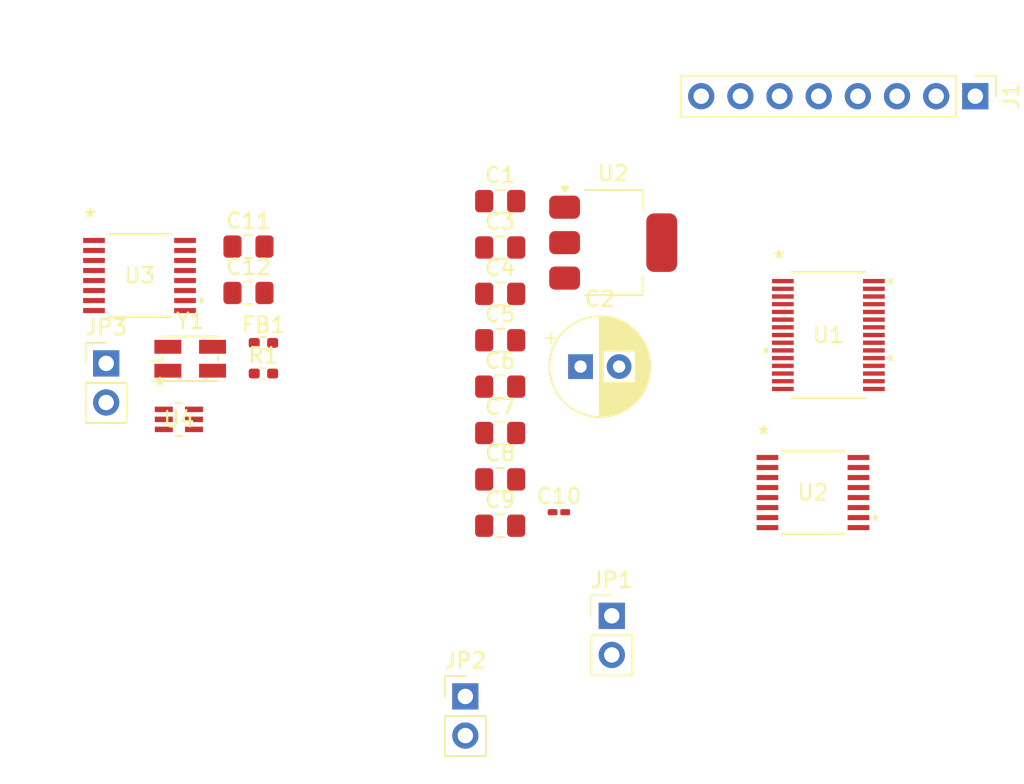
<source format=kicad_pcb>
(kicad_pcb (version 20241229) (generator "pcbnew") (generator_version "9.0")
  (layers (0 "F.Cu" signal) (2 "B.Cu" signal) (13 "F.Paste" user) (15 "B.Paste" user) (5 "F.SilkS" user "F.Silkscreen") (7 "B.SilkS" user "B.Silkscreen") (1 "F.Mask" user) (3 "B.Mask" user) (25 "Edge.Cuts" user))
  (net 0 "")
  (net 1 "GND")
  (net 2 "/L3{slash}4P")
  (net 3 "/+3.3_analog")
  (net 4 "+5V")
  (net 5 "/LDO")
  (net 6 "/R2{slash}2M")
  (net 7 "/+3.3_digital")
  (net 8 "/VREF")
  (net 9 "/L1{slash}1P")
  (net 10 "/L2{slash}1M")
  (net 11 "/R3{slash}3P")
  (net 12 "/GPIO3{slash}INTC")
  (net 13 "/I2S_BCK")
  (net 14 "Net-(JP2-A)")
  (net 15 "/R4{slash}3M")
  (net 16 "/MICBIAS")
  (net 17 "/R1{slash}2P")
  (net 18 "/SPI_MOSI")
  (net 19 "Net-(Y1-VDD)")
  (net 20 "/SPI_MISO")
  (net 21 "/I2S_LRCK")
  (net 22 "/XI")
  (net 23 "Net-(JP3-A)")
  (net 24 "/GPIO2{slash}INTB")
  (net 25 "/L4{slash}4M")
  (net 26 "/SPI_CS")
  (net 27 "/I2S_DOUT")
  (net 28 "/SCKI")
  (net 45 "/GPIO1{slash}INTA")
  (net 46 "Net-(Y1-Tri-State)")
  (net 48 "/SPI_SCLK")
  (net 50 "/I2C_SDA")
  (net 55 "/I2C_SCL")
  (net 61 "/ADC_PDN{slash}RST")
  (footprint "Capacitor_SMD:C_0805_2012Metric_Pad1.18x1.45mm_HandSolder" (layer "F.Cu") (at 108.2575 84.32)
    (property "Reference" "C3" (at 0 -1.68 0) (layer "F.SilkS"))
    (property "Value" "10uF")
    (fp_line (start -0.261252 -0.735) (end 0.261252 -0.735) (stroke (width 0.12)) (layer "F.SilkS"))
    (fp_line (start -0.261252 0.735) (end 0.261252 0.735) (stroke (width 0.12)) (layer "F.SilkS"))
    (pad "1" smd roundrect (at -1.0375 0) (size 1.175 1.45) (layers "F.Cu" "F.Mask" "F.Paste") (roundrect_rratio 0.212766) (net 3 "/+3.3_analog"))
    (pad "2" smd roundrect (at 1.0375 0) (size 1.175 1.45) (layers "F.Cu" "F.Mask" "F.Paste") (roundrect_rratio 0.212766) (net 1 "GND"))
  )
  (footprint "Connector_PinHeader_2.54mm:PinHeader_1x02_P2.54mm_Vertical" (layer "F.Cu") (at 106 113.46)
    (property "Reference" "JP2" (at 0 -2.33 0) (layer "F.SilkS"))
    (property "Value" "Jumper_2_Bridged")
    (fp_line (start -1.33 -1.33) (end 0 -1.33) (stroke (width 0.12)) (layer "F.SilkS"))
    (fp_line (start -1.33 0) (end -1.33 -1.33) (stroke (width 0.12)) (layer "F.SilkS"))
    (fp_line (start -1.33 1.27) (end -1.33 3.87) (stroke (width 0.12)) (layer "F.SilkS"))
    (fp_line (start -1.33 1.27) (end 1.33 1.27) (stroke (width 0.12)) (layer "F.SilkS"))
    (fp_line (start -1.33 3.87) (end 1.33 3.87) (stroke (width 0.12)) (layer "F.SilkS"))
    (fp_line (start 1.33 1.27) (end 1.33 3.87) (stroke (width 0.12)) (layer "F.SilkS"))
    (pad "1" thru_hole rect (at 0 0) (size 1.7 1.7) (drill 1) (layers "*.Cu" "*.Mask") (net 14 "Net-(JP2-A)"))
    (pad "2" thru_hole oval (at 0 2.54) (size 1.7 1.7) (drill 1) (layers "*.Cu" "*.Mask") (net 7 "/+3.3_digital"))
  )
  (footprint "footprints:DCK6" (layer "F.Cu") (at 87.4198 95.4747)
    (property "Reference" "U4" (at 0 0 0) (layer "F.SilkS"))
    (property "Value" "SN74AVC1T45DCKR")
    (fp_line (start -0.176071 1.0795) (end 0.176071 1.0795) (stroke (width 0.1524)) (layer "F.SilkS"))
    (fp_line (start 0.176071 -1.0795) (end -0.176071 -1.0795) (stroke (width 0.1524)) (layer "F.SilkS"))
    (fp_text user "*" (at -1.2319 -2.1486 0) (layer "F.SilkS"))
    (fp_text user "*" (at -1.2319 -2.1486 0) (layer "F.SilkS"))
    (pad "1" smd rect (at -0.9779 -0.649999) (size 1.1684 0.3556) (layers "F.Cu" "F.Mask" "F.Paste"))
    (pad "2" smd rect (at -0.9779 0) (size 1.1684 0.3556) (layers "F.Cu" "F.Mask" "F.Paste"))
    (pad "3" smd rect (at -0.9779 0.649999) (size 1.1684 0.3556) (layers "F.Cu" "F.Mask" "F.Paste"))
    (pad "4" smd rect (at 0.9779 0.649999) (size 1.1684 0.3556) (layers "F.Cu" "F.Mask" "F.Paste"))
    (pad "5" smd rect (at 0.9779 0) (size 1.1684 0.3556) (layers "F.Cu" "F.Mask" "F.Paste"))
    (pad "6" smd rect (at 0.9779 -0.649999) (size 1.1684 0.3556) (layers "F.Cu" "F.Mask" "F.Paste"))
  )
  (footprint "footprints:DBT30_TEX" (layer "F.Cu") (at 129.54725 89.999999)
    (property "Reference" "U1" (at 0 0 0) (layer "F.SilkS"))
    (property "Value" "PCM1863DBTR")
    (fp_line (start -2.3749 4.0767) (end 2.3749 4.0767) (stroke (width 0.1524)) (layer "F.SilkS"))
    (fp_line (start 2.3749 -4.0767) (end -2.3749 -4.0767) (stroke (width 0.1524)) (layer "F.SilkS"))
    (fp_poly (pts (xy -4.1656 0.809501) (xy -4.1656 1.190501) (xy -3.9116 1.190501) (xy -3.9116 0.809501)) (fill yes) (layer "F.SilkS"))
    (fp_poly (pts (xy 4.1656 -3.690501) (xy 4.1656 -3.309501) (xy 3.9116 -3.309501) (xy 3.9116 -3.690501)) (fill yes) (layer "F.SilkS"))
    (fp_poly (pts (xy 4.1656 1.3095) (xy 4.1656 1.6905) (xy 3.9116 1.6905) (xy 3.9116 1.3095)) (fill yes) (layer "F.SilkS"))
    (fp_text user "*" (at -3.20675 -4.9224 0) (layer "F.SilkS"))
    (fp_text user "*" (at -3.20675 -4.9224 0) (layer "F.SilkS"))
    (pad "1" smd rect (at -2.95275 -3.500001) (size 1.4097 0.2794) (layers "F.Cu" "F.Mask" "F.Paste") (net 10 "/L2{slash}1M"))
    (pad "2" smd rect (at -2.95275 -2.999999) (size 1.4097 0.2794) (layers "F.Cu" "F.Mask" "F.Paste") (net 6 "/R2{slash}2M"))
    (pad "3" smd rect (at -2.95275 -2.5) (size 1.4097 0.2794) (layers "F.Cu" "F.Mask" "F.Paste") (net 9 "/L1{slash}1P"))
    (pad "4" smd rect (at -2.95275 -1.999999) (size 1.4097 0.2794) (layers "F.Cu" "F.Mask" "F.Paste") (net 17 "/R1{slash}2P"))
    (pad "5" smd rect (at -2.95275 -1.5) (size 1.4097 0.2794) (layers "F.Cu" "F.Mask" "F.Paste") (net 16 "/MICBIAS"))
    (pad "6" smd rect (at -2.95275 -0.999998) (size 1.4097 0.2794) (layers "F.Cu" "F.Mask" "F.Paste") (net 8 "/VREF"))
    (pad "7" smd rect (at -2.95275 -0.499999) (size 1.4097 0.2794) (layers "F.Cu" "F.Mask" "F.Paste") (net 1 "GND"))
    (pad "8" smd rect (at -2.95275 0) (size 1.4097 0.2794) (layers "F.Cu" "F.Mask" "F.Paste") (net 3 "/+3.3_analog"))
    (pad "9" smd rect (at -2.95275 0.500002) (size 1.4097 0.2794) (layers "F.Cu" "F.Mask" "F.Paste"))
    (pad "10" smd rect (at -2.95275 1.000001) (size 1.4097 0.2794) (layers "F.Cu" "F.Mask" "F.Paste") (net 22 "/XI"))
    (pad "11" smd rect (at -2.95275 1.5) (size 1.4097 0.2794) (layers "F.Cu" "F.Mask" "F.Paste") (net 5 "/LDO"))
    (pad "12" smd rect (at -2.95275 2.000001) (size 1.4097 0.2794) (layers "F.Cu" "F.Mask" "F.Paste") (net 1 "GND"))
    (pad "13" smd rect (at -2.95275 2.5) (size 1.4097 0.2794) (layers "F.Cu" "F.Mask" "F.Paste") (net 7 "/+3.3_digital"))
    (pad "14" smd rect (at -2.95275 3.000002) (size 1.4097 0.2794) (layers "F.Cu" "F.Mask" "F.Paste") (net 7 "/+3.3_digital"))
    (pad "15" smd rect (at -2.95275 3.500001) (size 1.4097 0.2794) (layers "F.Cu" "F.Mask" "F.Paste") (net 28 "/SCKI"))
    (pad "16" smd rect (at 2.95275 3.500001) (size 1.4097 0.2794) (layers "F.Cu" "F.Mask" "F.Paste") (net 21 "/I2S_LRCK"))
    (pad "17" smd rect (at 2.95275 2.999999) (size 1.4097 0.2794) (layers "F.Cu" "F.Mask" "F.Paste") (net 13 "/I2S_BCK"))
    (pad "18" smd rect (at 2.95275 2.5) (size 1.4097 0.2794) (layers "F.Cu" "F.Mask" "F.Paste") (net 27 "/I2S_DOUT"))
    (pad "19" smd rect (at 2.95275 1.999999) (size 1.4097 0.2794) (layers "F.Cu" "F.Mask" "F.Paste") (net 12 "/GPIO3{slash}INTC"))
    (pad "20" smd rect (at 2.95275 1.5) (size 1.4097 0.2794) (layers "F.Cu" "F.Mask" "F.Paste") (net 24 "/GPIO2{slash}INTB"))
    (pad "21" smd rect (at 2.95275 1.000001) (size 1.4097 0.2794) (layers "F.Cu" "F.Mask" "F.Paste") (net 45 "/GPIO1{slash}INTA"))
    (pad "22" smd rect (at 2.95275 0.499999) (size 1.4097 0.2794) (layers "F.Cu" "F.Mask" "F.Paste") (net 20 "/SPI_MISO"))
    (pad "23" smd rect (at 2.95275 0) (size 1.4097 0.2794) (layers "F.Cu" "F.Mask" "F.Paste") (net 18 "/SPI_MOSI"))
    (pad "24" smd rect (at 2.95275 -0.500002) (size 1.4097 0.2794) (layers "F.Cu" "F.Mask" "F.Paste") (net 48 "/SPI_SCLK"))
    (pad "25" smd rect (at 2.95275 -1.000001) (size 1.4097 0.2794) (layers "F.Cu" "F.Mask" "F.Paste") (net 26 "/SPI_CS"))
    (pad "26" smd rect (at 2.95275 -1.5) (size 1.4097 0.2794) (layers "F.Cu" "F.Mask" "F.Paste") (net 14 "Net-(JP2-A)"))
    (pad "27" smd rect (at 2.95275 -2.000001) (size 1.4097 0.2794) (layers "F.Cu" "F.Mask" "F.Paste") (net 25 "/L4{slash}4M"))
    (pad "28" smd rect (at 2.95275 -2.5) (size 1.4097 0.2794) (layers "F.Cu" "F.Mask" "F.Paste") (net 15 "/R4{slash}3M"))
    (pad "29" smd rect (at 2.95275 -3.000002) (size 1.4097 0.2794) (layers "F.Cu" "F.Mask" "F.Paste") (net 2 "/L3{slash}4P"))
    (pad "30" smd rect (at 2.95275 -3.500001) (size 1.4097 0.2794) (layers "F.Cu" "F.Mask" "F.Paste") (net 11 "/R3{slash}3P"))
  )
  (footprint "Package_TO_SOT_SMD:SOT-223-3_TabPin2" (layer "F.Cu") (at 115.5875 84.005)
    (property "Reference" "U2" (at 0 -4.5 0) (layer "F.SilkS"))
    (property "Value" "LD1117S33TR_SOT223")
    (fp_line (start -1.85 -3.41) (end 1.91 -3.41) (stroke (width 0.12)) (layer "F.SilkS"))
    (fp_line (start -1.85 3.41) (end 1.91 3.41) (stroke (width 0.12)) (layer "F.SilkS"))
    (fp_line (start 1.91 -3.41) (end 1.91 -2.15) (stroke (width 0.12)) (layer "F.SilkS"))
    (fp_line (start 1.91 3.41) (end 1.91 2.15) (stroke (width 0.12)) (layer "F.SilkS"))
    (fp_poly (pts (xy -3.13 -3.31) (xy -3.37 -3.64) (xy -2.89 -3.64) (xy -3.13 -3.31)) (stroke (width 0.12)) (fill yes) (layer "F.SilkS"))
    (pad "1" smd roundrect (at -3.15 -2.3) (size 2 1.5) (layers "F.Cu" "F.Mask" "F.Paste") (net 1 "GND"))
    (pad "2" smd roundrect (at -3.15 0) (size 2 1.5) (layers "F.Cu" "F.Mask" "F.Paste") (net 3 "/+3.3_analog"))
    (pad "2" smd roundrect (at 3.15 0) (size 2 3.8) (layers "F.Cu" "F.Mask" "F.Paste") (net 3 "/+3.3_analog"))
    (pad "3" smd roundrect (at -3.15 2.3) (size 2 1.5) (layers "F.Cu" "F.Mask" "F.Paste") (net 4 "+5V"))
  )
  (footprint "Capacitor_SMD:C_0201_0603Metric_Pad0.64x0.40mm_HandSolder" (layer "F.Cu") (at 112.0675 101.5)
    (property "Reference" "C10" (at 0 -1.05 0) (layer "F.SilkS"))
    (property "Value" "1uF")
    (pad "1" smd roundrect (at -0.4075 0) (size 0.635 0.4) (layers "F.Cu" "F.Mask") (net 8 "/VREF"))
    (pad "2" smd roundrect (at 0.4075 0) (size 0.635 0.4) (layers "F.Cu" "F.Mask") (net 1 "GND"))
  )
  (footprint "Capacitor_SMD:C_0805_2012Metric_Pad1.18x1.45mm_HandSolder" (layer "F.Cu") (at 108.2575 90.34)
    (property "Reference" "C5" (at 0 -1.68 0) (layer "F.SilkS"))
    (property "Value" ".1uF")
    (fp_line (start -0.261252 -0.735) (end 0.261252 -0.735) (stroke (width 0.12)) (layer "F.SilkS"))
    (fp_line (start -0.261252 0.735) (end 0.261252 0.735) (stroke (width 0.12)) (layer "F.SilkS"))
    (pad "1" smd roundrect (at -1.0375 0) (size 1.175 1.45) (layers "F.Cu" "F.Mask" "F.Paste") (roundrect_rratio 0.212766) (net 3 "/+3.3_analog"))
    (pad "2" smd roundrect (at 1.0375 0) (size 1.175 1.45) (layers "F.Cu" "F.Mask" "F.Paste") (roundrect_rratio 0.212766) (net 1 "GND"))
  )
  (footprint "Capacitor_SMD:C_0805_2012Metric_Pad1.18x1.45mm_HandSolder" (layer "F.Cu") (at 91.9325 84.26)
    (property "Reference" "C11" (at 0 -1.68 0) (layer "F.SilkS"))
    (property "Value" "10uF")
    (fp_line (start -0.261252 -0.735) (end 0.261252 -0.735) (stroke (width 0.12)) (layer "F.SilkS"))
    (fp_line (start -0.261252 0.735) (end 0.261252 0.735) (stroke (width 0.12)) (layer "F.SilkS"))
    (pad "1" smd roundrect (at -1.0375 0) (size 1.175 1.45) (layers "F.Cu" "F.Mask" "F.Paste") (roundrect_rratio 0.212766) (net 1 "GND"))
    (pad "2" smd roundrect (at 1.0375 0) (size 1.175 1.45) (layers "F.Cu" "F.Mask" "F.Paste") (roundrect_rratio 0.212766) (net 7 "/+3.3_digital"))
  )
  (footprint "Capacitor_SMD:C_0805_2012Metric_Pad1.18x1.45mm_HandSolder" (layer "F.Cu") (at 108.2575 96.36)
    (property "Reference" "C7" (at 0 -1.68 0) (layer "F.SilkS"))
    (property "Value" ".1uF")
    (fp_line (start -0.261252 -0.735) (end 0.261252 -0.735) (stroke (width 0.12)) (layer "F.SilkS"))
    (fp_line (start -0.261252 0.735) (end 0.261252 0.735) (stroke (width 0.12)) (layer "F.SilkS"))
    (pad "1" smd roundrect (at -1.0375 0) (size 1.175 1.45) (layers "F.Cu" "F.Mask" "F.Paste") (roundrect_rratio 0.212766) (net 5 "/LDO"))
    (pad "2" smd roundrect (at 1.0375 0) (size 1.175 1.45) (layers "F.Cu" "F.Mask" "F.Paste") (roundrect_rratio 0.212766) (net 1 "GND"))
  )
  (footprint "Connector_PinHeader_2.54mm:PinHeader_1x08_P2.54mm_Vertical" (layer "F.Cu") (at 139.08 74.5 -90)
    (property "Reference" "J1" (at 0 -2.33 90) (layer "F.SilkS"))
    (property "Value" "Conn_01x08_Pin")
    (fp_line (start -1.33 19.11) (end 1.33 19.11) (stroke (width 0.12)) (layer "F.SilkS"))
    (fp_line (start -1.33 1.27) (end -1.33 19.11) (stroke (width 0.12)) (layer "F.SilkS"))
    (fp_line (start -1.33 1.27) (end 1.33 1.27) (stroke (width 0.12)) (layer "F.SilkS"))
    (fp_line (start 1.33 1.27) (end 1.33 19.11) (stroke (width 0.12)) (layer "F.SilkS"))
    (fp_line (start -1.33 0) (end -1.33 -1.33) (stroke (width 0.12)) (layer "F.SilkS"))
    (fp_line (start -1.33 -1.33) (end 0 -1.33) (stroke (width 0.12)) (layer "F.SilkS"))
    (pad "1" thru_hole rect (at 0 0 270) (size 1.7 1.7) (drill 1) (layers "*.Cu" "*.Mask") (net 25 "/L4{slash}4M"))
    (pad "2" thru_hole oval (at 0 2.54 270) (size 1.7 1.7) (drill 1) (layers "*.Cu" "*.Mask") (net 15 "/R4{slash}3M"))
    (pad "3" thru_hole oval (at 0 5.08 270) (size 1.7 1.7) (drill 1) (layers "*.Cu" "*.Mask") (net 2 "/L3{slash}4P"))
    (pad "4" thru_hole oval (at 0 7.62 270) (size 1.7 1.7) (drill 1) (layers "*.Cu" "*.Mask") (net 11 "/R3{slash}3P"))
    (pad "5" thru_hole oval (at 0 10.16 270) (size 1.7 1.7) (drill 1) (layers "*.Cu" "*.Mask") (net 10 "/L2{slash}1M"))
    (pad "6" thru_hole oval (at 0 12.7 270) (size 1.7 1.7) (drill 1) (layers "*.Cu" "*.Mask") (net 6 "/R2{slash}2M"))
    (pad "7" thru_hole oval (at 0 15.24 270) (size 1.7 1.7) (drill 1) (layers "*.Cu" "*.Mask") (net 9 "/L1{slash}1P"))
    (pad "8" thru_hole oval (at 0 17.78 270) (size 1.7 1.7) (drill 1) (layers "*.Cu" "*.Mask") (net 17 "/R1{slash}2P"))
  )
  (footprint "footprints:TSSOP16_AKM" (layer "F.Cu") (at 128.54725 100.225001)
    (property "Reference" "U2" (at 0 0 0) (layer "F.SilkS"))
    (property "Value" "AK4432VT")
    (fp_line (start -2.017016 2.6797) (end 2.017016 2.6797) (stroke (width 0.1524)) (layer "F.SilkS"))
    (fp_line (start 2.017016 -2.6797) (end -2.017016 -2.6797) (stroke (width 0.1524)) (layer "F.SilkS"))
    (fp_poly (pts (xy 4.1656 1.434501) (xy 4.1656 1.815501) (xy 3.9116 1.815501) (xy 3.9116 1.434501)) (fill yes) (layer "F.SilkS"))
    (fp_text user "*" (at -3.20675 -3.748201 0) (layer "F.SilkS"))
    (fp_text user "*" (at -3.20675 -3.748201 0) (layer "F.SilkS"))
    (pad "1" smd rect (at -2.95275 -2.274999) (size 1.4097 0.3302) (layers "F.Cu" "F.Mask" "F.Paste"))
    (pad "2" smd rect (at -2.95275 -1.625001) (size 1.4097 0.3302) (layers "F.Cu" "F.Mask" "F.Paste"))
    (pad "3" smd rect (at -2.95275 -0.974999) (size 1.4097 0.3302) (layers "F.Cu" "F.Mask" "F.Paste"))
    (pad "4" smd rect (at -2.95275 -0.325001) (size 1.4097 0.3302) (layers "F.Cu" "F.Mask" "F.Paste"))
    (pad "5" smd rect (at -2.95275 0.324998) (size 1.4097 0.3302) (layers "F.Cu" "F.Mask" "F.Paste"))
    (pad "6" smd rect (at -2.95275 0.974999) (size 1.4097 0.3302) (layers "F.Cu" "F.Mask" "F.Paste"))
    (pad "7" smd rect (at -2.95275 1.624998) (size 1.4097 0.3302) (layers "F.Cu" "F.Mask" "F.Paste"))
    (pad "8" smd rect (at -2.95275 2.274999) (size 1.4097 0.3302) (layers "F.Cu" "F.Mask" "F.Paste"))
    (pad "9" smd rect (at 2.95275 2.274999) (size 1.4097 0.3302) (layers "F.Cu" "F.Mask" "F.Paste"))
    (pad "10" smd rect (at 2.95275 1.625001) (size 1.4097 0.3302) (layers "F.Cu" "F.Mask" "F.Paste"))
    (pad "11" smd rect (at 2.95275 0.974999) (size 1.4097 0.3302) (layers "F.Cu" "F.Mask" "F.Paste"))
    (pad "12" smd rect (at 2.95275 0.325001) (size 1.4097 0.3302) (layers "F.Cu" "F.Mask" "F.Paste"))
    (pad "13" smd rect (at 2.95275 -0.324998) (size 1.4097 0.3302) (layers "F.Cu" "F.Mask" "F.Paste"))
    (pad "14" smd rect (at 2.95275 -0.974999) (size 1.4097 0.3302) (layers "F.Cu" "F.Mask" "F.Paste"))
    (pad "15" smd rect (at 2.95275 -1.624998) (size 1.4097 0.3302) (layers "F.Cu" "F.Mask" "F.Paste"))
    (pad "16" smd rect (at 2.95275 -2.274999) (size 1.4097 0.3302) (layers "F.Cu" "F.Mask" "F.Paste"))
  )
  (footprint "Capacitor_SMD:C_0805_2012Metric_Pad1.18x1.45mm_HandSolder" (layer "F.Cu") (at 108.2575 93.35)
    (property "Reference" "C6" (at 0 -1.68 0) (layer "F.SilkS"))
    (property "Value" "10uF")
    (fp_line (start -0.261252 -0.735) (end 0.261252 -0.735) (stroke (width 0.12)) (layer "F.SilkS"))
    (fp_line (start -0.261252 0.735) (end 0.261252 0.735) (stroke (width 0.12)) (layer "F.SilkS"))
    (pad "1" smd roundrect (at -1.0375 0) (size 1.175 1.45) (layers "F.Cu" "F.Mask" "F.Paste") (roundrect_rratio 0.212766) (net 5 "/LDO"))
    (pad "2" smd roundrect (at 1.0375 0) (size 1.175 1.45) (layers "F.Cu" "F.Mask" "F.Paste") (roundrect_rratio 0.212766) (net 1 "GND"))
  )
  (footprint "Connector_PinHeader_2.54mm:PinHeader_1x02_P2.54mm_Vertical" (layer "F.Cu") (at 115.5 108.225)
    (property "Reference" "JP1" (at 0 -2.33 0) (layer "F.SilkS"))
    (property "Value" "Jumper_2_Bridged")
    (fp_line (start -1.33 -1.33) (end 0 -1.33) (stroke (width 0.12)) (layer "F.SilkS"))
    (fp_line (start -1.33 0) (end -1.33 -1.33) (stroke (width 0.12)) (layer "F.SilkS"))
    (fp_line (start -1.33 1.27) (end -1.33 3.87) (stroke (width 0.12)) (layer "F.SilkS"))
    (fp_line (start -1.33 1.27) (end 1.33 1.27) (stroke (width 0.12)) (layer "F.SilkS"))
    (fp_line (start -1.33 3.87) (end 1.33 3.87) (stroke (width 0.12)) (layer "F.SilkS"))
    (fp_line (start 1.33 1.27) (end 1.33 3.87) (stroke (width 0.12)) (layer "F.SilkS"))
    (pad "1" thru_hole rect (at 0 0) (size 1.7 1.7) (drill 1) (layers "*.Cu" "*.Mask") (net 12 "/GPIO3{slash}INTC"))
    (pad "2" thru_hole oval (at 0 2.54) (size 1.7 1.7) (drill 1) (layers "*.Cu" "*.Mask") (net 7 "/+3.3_digital"))
  )
  (footprint "Capacitor_SMD:C_0805_2012Metric_Pad1.18x1.45mm_HandSolder" (layer "F.Cu") (at 108.2575 102.38)
    (property "Reference" "C9" (at 0 -1.68 0) (layer "F.SilkS"))
    (property "Value" ".1uF")
    (fp_line (start -0.261252 -0.735) (end 0.261252 -0.735) (stroke (width 0.12)) (layer "F.SilkS"))
    (fp_line (start -0.261252 0.735) (end 0.261252 0.735) (stroke (width 0.12)) (layer "F.SilkS"))
    (pad "1" smd roundrect (at -1.0375 0) (size 1.175 1.45) (layers "F.Cu" "F.Mask" "F.Paste") (roundrect_rratio 0.212766) (net 7 "/+3.3_digital"))
    (pad "2" smd roundrect (at 1.0375 0) (size 1.175 1.45) (layers "F.Cu" "F.Mask" "F.Paste") (roundrect_rratio 0.212766) (net 1 "GND"))
  )
  (footprint "Oscillator:Oscillator_SMD_EuroQuartz_XO32-4Pin_3.2x2.5mm_HandSoldering" (layer "F.Cu") (at 88.1525 91.54)
    (property "Reference" "Y1" (at 0 -2.45 0) (layer "F.SilkS"))
    (property "Value" "ECS-2520MV-xxx-xx")
    (fp_line (start -2.525 0.125) (end -1.8 0.125) (stroke (width 0.12)) (layer "F.SilkS"))
    (fp_line (start -2.525 1.425) (end -1.8 1.425) (stroke (width 0.12)) (layer "F.SilkS"))
    (fp_line (start -1.8 -1.45) (end 1.8 -1.45) (stroke (width 0.12)) (layer "F.SilkS"))
    (fp_line (start -1.8 -1.425) (end -1.8 -1.45) (stroke (width 0.12)) (layer "F.SilkS"))
    (fp_line (start -1.8 0.125) (end -1.8 -0.125) (stroke (width 0.12)) (layer "F.SilkS"))
    (fp_line (start -1.8 1.425) (end -1.8 1.45) (stroke (width 0.12)) (layer "F.SilkS"))
    (fp_line (start -1.8 1.45) (end 1.8 1.45) (stroke (width 0.12)) (layer "F.SilkS"))
    (fp_line (start 1.8 -1.45) (end 1.8 -1.425) (stroke (width 0.12)) (layer "F.SilkS"))
    (fp_line (start 1.8 -0.125) (end 1.8 0.125) (stroke (width 0.12)) (layer "F.SilkS"))
    (fp_line (start 1.8 1.45) (end 1.8 1.425) (stroke (width 0.12)) (layer "F.SilkS"))
    (pad "1" smd rect (at -1.45 0.775) (size 1.75 0.9) (layers "F.Cu" "F.Mask" "F.Paste") (net 46 "Net-(Y1-Tri-State)"))
    (pad "2" smd rect (at 1.45 0.775) (size 1.75 0.9) (layers "F.Cu" "F.Mask" "F.Paste") (net 1 "GND"))
    (pad "3" smd rect (at 1.45 -0.775) (size 1.75 0.9) (layers "F.Cu" "F.Mask" "F.Paste"))
    (pad "4" smd rect (at -1.45 -0.775) (size 1.75 0.9) (layers "F.Cu" "F.Mask" "F.Paste") (net 19 "Net-(Y1-VDD)"))
  )
  (footprint "Resistor_SMD:R_0402_1005Metric_Pad0.72x0.64mm_HandSolder" (layer "F.Cu") (at 92.9025 92.5)
    (property "Reference" "R1" (at 0 -1.17 0) (layer "F.SilkS"))
    (property "Value" "10k")
    (fp_line (start -0.167621 -0.38) (end 0.167621 -0.38) (stroke (width 0.12)) (layer "F.SilkS"))
    (fp_line (start -0.167621 0.38) (end 0.167621 0.38) (stroke (width 0.12)) (layer "F.SilkS"))
    (pad "1" smd roundrect (at -0.5975 0) (size 0.715 0.64) (layers "F.Cu" "F.Mask" "F.Paste") (net 7 "/+3.3_digital"))
    (pad "2" smd roundrect (at 0.5975 0) (size 0.715 0.64) (layers "F.Cu" "F.Mask" "F.Paste") (net 46 "Net-(Y1-Tri-State)"))
  )
  (footprint "Capacitor_THT:CP_Radial_D6.3mm_P2.50mm" (layer "F.Cu") (at 113.472741 92.05)
    (property "Reference" "C2" (at 1.25 -4.4 0) (layer "F.SilkS"))
    (property "Value" "100uF")
    (fp_line (start -2.250241 -1.839) (end -1.620241 -1.839) (stroke (width 0.12)) (layer "F.SilkS"))
    (fp_line (start -1.935241 -2.154) (end -1.935241 -1.524) (stroke (width 0.12)) (layer "F.SilkS"))
    (fp_line (start 1.25 -3.23) (end 1.25 3.23) (stroke (width 0.12)) (layer "F.SilkS"))
    (fp_line (start 1.29 -3.23) (end 1.29 3.23) (stroke (width 0.12)) (layer "F.SilkS"))
    (fp_line (start 1.33 -3.23) (end 1.33 3.23) (stroke (width 0.12)) (layer "F.SilkS"))
    (fp_line (start 1.37 -3.228) (end 1.37 3.228) (stroke (width 0.12)) (layer "F.SilkS"))
    (fp_line (start 1.41 -3.227) (end 1.41 3.227) (stroke (width 0.12)) (layer "F.SilkS"))
    (fp_line (start 1.45 -3.224) (end 1.45 3.224) (stroke (width 0.12)) (layer "F.SilkS"))
    (fp_line (start 1.49 -3.222) (end 1.49 -1.04) (stroke (width 0.12)) (layer "F.SilkS"))
    (fp_line (start 1.49 1.04) (end 1.49 3.222) (stroke (width 0.12)) (layer "F.SilkS"))
    (fp_line (start 1.53 -3.218) (end 1.53 -1.04) (stroke (width 0.12)) (layer "F.SilkS"))
    (fp_line (start 1.53 1.04) (end 1.53 3.218) (stroke (width 0.12)) (layer "F.SilkS"))
    (fp_line (start 1.57 -3.215) (end 1.57 -1.04) (stroke (width 0.12)) (layer "F.SilkS"))
    (fp_line (start 1.57 1.04) (end 1.57 3.215) (stroke (width 0.12)) (layer "F.SilkS"))
    (fp_line (start 1.61 -3.211) (end 1.61 -1.04) (stroke (width 0.12)) (layer "F.SilkS"))
    (fp_line (start 1.61 1.04) (end 1.61 3.211) (stroke (width 0.12)) (layer "F.SilkS"))
    (fp_line (start 1.65 -3.206) (end 1.65 -1.04) (stroke (width 0.12)) (layer "F.SilkS"))
    (fp_line (start 1.65 1.04) (end 1.65 3.206) (stroke (width 0.12)) (layer "F.SilkS"))
    (fp_line (start 1.69 -3.201) (end 1.69 -1.04) (stroke (width 0.12)) (layer "F.SilkS"))
    (fp_line (start 1.69 1.04) (end 1.69 3.201) (stroke (width 0.12)) (layer "F.SilkS"))
    (fp_line (start 1.73 -3.195) (end 1.73 -1.04) (stroke (width 0.12)) (layer "F.SilkS"))
    (fp_line (start 1.73 1.04) (end 1.73 3.195) (stroke (width 0.12)) (layer "F.SilkS"))
    (fp_line (start 1.77 -3.189) (end 1.77 -1.04) (stroke (width 0.12)) (layer "F.SilkS"))
    (fp_line (start 1.77 1.04) (end 1.77 3.189) (stroke (width 0.12)) (layer "F.SilkS"))
    (fp_line (start 1.81 -3.182) (end 1.81 -1.04) (stroke (width 0.12)) (layer "F.SilkS"))
    (fp_line (start 1.81 1.04) (end 1.81 3.182) (stroke (width 0.12)) (layer "F.SilkS"))
    (fp_line (start 1.85 -3.175) (end 1.85 -1.04) (stroke (width 0.12)) (layer "F.SilkS"))
    (fp_line (start 1.85 1.04) (end 1.85 3.175) (stroke (width 0.12)) (layer "F.SilkS"))
    (fp_line (start 1.89 -3.167) (end 1.89 -1.04) (stroke (width 0.12)) (layer "F.SilkS"))
    (fp_line (start 1.89 1.04) (end 1.89 3.167) (stroke (width 0.12)) (layer "F.SilkS"))
    (fp_line (start 1.93 -3.159) (end 1.93 -1.04) (stroke (width 0.12)) (layer "F.SilkS"))
    (fp_line (start 1.93 1.04) (end 1.93 3.159) (stroke (width 0.12)) (layer "F.SilkS"))
    (fp_line (start 1.971 -3.15) (end 1.971 -1.04) (stroke (width 0.12)) (layer "F.SilkS"))
    (fp_line (start 1.971 1.04) (end 1.971 3.15) (stroke (width 0.12)) (layer "F.SilkS"))
    (fp_line (start 2.011 -3.141) (end 2.011 -1.04) (stroke (width 0.12)) (layer "F.SilkS"))
    (fp_line (start 2.011 1.04) (end 2.011 3.141) (stroke (width 0.12)) (layer "F.SilkS"))
    (fp_line (start 2.051 -3.131) (end 2.051 -1.04) (stroke (width 0.12)) (layer "F.SilkS"))
    (fp_line (start 2.051 1.04) (end 2.051 3.131) (stroke (width 0.12)) (layer "F.SilkS"))
    (fp_line (start 2.091 -3.121) (end 2.091 -1.04) (stroke (width 0.12)) (layer "F.SilkS"))
    (fp_line (start 2.091 1.04) (end 2.091 3.121) (stroke (width 0.12)) (layer "F.SilkS"))
    (fp_line (start 2.131 -3.11) (end 2.131 -1.04) (stroke (width 0.12)) (layer "F.SilkS"))
    (fp_line (start 2.131 1.04) (end 2.131 3.11) (stroke (width 0.12)) (layer "F.SilkS"))
    (fp_line (start 2.171 -3.098) (end 2.171 -1.04) (stroke (width 0.12)) (layer "F.SilkS"))
    (fp_line (start 2.171 1.04) (end 2.171 3.098) (stroke (width 0.12)) (layer "F.SilkS"))
    (fp_line (start 2.211 -3.086) (end 2.211 -1.04) (stroke (width 0.12)) (layer "F.SilkS"))
    (fp_line (start 2.211 1.04) (end 2.211 3.086) (stroke (width 0.12)) (layer "F.SilkS"))
    (fp_line (start 2.251 -3.074) (end 2.251 -1.04) (stroke (width 0.12)) (layer "F.SilkS"))
    (fp_line (start 2.251 1.04) (end 2.251 3.074) (stroke (width 0.12)) (layer "F.SilkS"))
    (fp_line (start 2.291 -3.061) (end 2.291 -1.04) (stroke (width 0.12)) (layer "F.SilkS"))
    (fp_line (start 2.291 1.04) (end 2.291 3.061) (stroke (width 0.12)) (layer "F.SilkS"))
    (fp_line (start 2.331 -3.047) (end 2.331 -1.04) (stroke (width 0.12)) (layer "F.SilkS"))
    (fp_line (start 2.331 1.04) (end 2.331 3.047) (stroke (width 0.12)) (layer "F.SilkS"))
    (fp_line (start 2.371 -3.033) (end 2.371 -1.04) (stroke (width 0.12)) (layer "F.SilkS"))
    (fp_line (start 2.371 1.04) (end 2.371 3.033) (stroke (width 0.12)) (layer "F.SilkS"))
    (fp_line (start 2.411 -3.018) (end 2.411 -1.04) (stroke (width 0.12)) (layer "F.SilkS"))
    (fp_line (start 2.411 1.04) (end 2.411 3.018) (stroke (width 0.12)) (layer "F.SilkS"))
    (fp_line (start 2.451 -3.002) (end 2.451 -1.04) (stroke (width 0.12)) (layer "F.SilkS"))
    (fp_line (start 2.451 1.04) (end 2.451 3.002) (stroke (width 0.12)) (layer "F.SilkS"))
    (fp_line (start 2.491 -2.986) (end 2.491 -1.04) (stroke (width 0.12)) (layer "F.SilkS"))
    (fp_line (start 2.491 1.04) (end 2.491 2.986) (stroke (width 0.12)) (layer "F.SilkS"))
    (fp_line (start 2.531 -2.97) (end 2.531 -1.04) (stroke (width 0.12)) (layer "F.SilkS"))
    (fp_line (start 2.531 1.04) (end 2.531 2.97) (stroke (width 0.12)) (layer "F.SilkS"))
    (fp_line (start 2.571 -2.952) (end 2.571 -1.04) (stroke (width 0.12)) (layer "F.SilkS"))
    (fp_line (start 2.571 1.04) (end 2.571 2.952) (stroke (width 0.12)) (layer "F.SilkS"))
    (fp_line (start 2.611 -2.934) (end 2.611 -1.04) (stroke (width 0.12)) (layer "F.SilkS"))
    (fp_line (start 2.611 1.04) (end 2.611 2.934) (stroke (width 0.12)) (layer "F.SilkS"))
    (fp_line (start 2.651 -2.916) (end 2.651 -1.04) (stroke (width 0.12)) (layer "F.SilkS"))
    (fp_line (start 2.651 1.04) (end 2.651 2.916) (stroke (width 0.12)) (layer "F.SilkS"))
    (fp_line (start 2.691 -2.896) (end 2.691 -1.04) (stroke (width 0.12)) (layer "F.SilkS"))
    (fp_line (start 2.691 1.04) (end 2.691 2.896) (stroke (width 0.12)) (layer "F.SilkS"))
    (fp_line (start 2.731 -2.876) (end 2.731 -1.04) (stroke (width 0.12)) (layer "F.SilkS"))
    (fp_line (start 2.731 1.04) (end 2.731 2.876) (stroke (width 0.12)) (layer "F.SilkS"))
    (fp_line (start 2.771 -2.856) (end 2.771 -1.04) (stroke (width 0.12)) (layer "F.SilkS"))
    (fp_line (start 2.771 1.04) (end 2.771 2.856) (stroke (width 0.12)) (layer "F.SilkS"))
    (fp_line (start 2.811 -2.834) (end 2.811 -1.04) (stroke (width 0.12)) (layer "F.SilkS"))
    (fp_line (start 2.811 1.04) (end 2.811 2.834) (stroke (width 0.12)) (layer "F.SilkS"))
    (fp_line (start 2.851 -2.812) (end 2.851 -1.04) (stroke (width 0.12)) (layer "F.SilkS"))
    (fp_line (start 2.851 1.04) (end 2.851 2.812) (stroke (width 0.12)) (layer "F.SilkS"))
    (fp_line (start 2.891 -2.79) (end 2.891 -1.04) (stroke (width 0.12)) (layer "F.SilkS"))
    (fp_line (start 2.891 1.04) (end 2.891 2.79) (stroke (width 0.12)) (layer "F.SilkS"))
    (fp_line (start 2.931 -2.766) (end 2.931 -1.04) (stroke (width 0.12)) (layer "F.SilkS"))
    (fp_line (start 2.931 1.04) (end 2.931 2.766) (stroke (width 0.12)) (layer "F.SilkS"))
    (fp_line (start 2.971 -2.742) (end 2.971 -1.04) (stroke (width 0.12)) (layer "F.SilkS"))
    (fp_line (start 2.971 1.04) (end 2.971 2.742) (stroke (width 0.12)) (layer "F.SilkS"))
    (fp_line (start 3.011 -2.716) (end 3.011 -1.04) (stroke (width 0.12)) (layer "F.SilkS"))
    (fp_line (start 3.011 1.04) (end 3.011 2.716) (stroke (width 0.12)) (layer "F.SilkS"))
    (fp_line (start 3.051 -2.69) (end 3.051 -1.04) (stroke (width 0.12)) (layer "F.SilkS"))
    (fp_line (start 3.051 1.04) (end 3.051 2.69) (stroke (width 0.12)) (layer "F.SilkS"))
    (fp_line (start 3.091 -2.664) (end 3.091 -1.04) (stroke (width 0.12)) (layer "F.SilkS"))
    (fp_line (start 3.091 1.04) (end 3.091 2.664) (stroke (width 0.12)) (layer "F.SilkS"))
    (fp_line (start 3.131 -2.636) (end 3.131 -1.04) (stroke (width 0.12)) (layer "F.SilkS"))
    (fp_line (start 3.131 1.04) (end 3.131 2.636) (stroke (width 0.12)) (layer "F.SilkS"))
    (fp_line (start 3.171 -2.607) (end 3.171 -1.04) (stroke (width 0.12)) (layer "F.SilkS"))
    (fp_line (start 3.171 1.04) (end 3.171 2.607) (stroke (width 0.12)) (layer "F.SilkS"))
    (fp_line (start 3.211 -2.578) (end 3.211 -1.04) (stroke (width 0.12)) (layer "F.SilkS"))
    (fp_line (start 3.211 1.04) (end 3.211 2.578) (stroke (width 0.12)) (layer "F.SilkS"))
    (fp_line (start 3.251 -2.548) (end 3.251 -1.04) (stroke (width 0.12)) (layer "F.SilkS"))
    (fp_line (start 3.251 1.04) (end 3.251 2.548) (stroke (width 0.12)) (layer "F.SilkS"))
    (fp_line (start 3.291 -2.516) (end 3.291 -1.04) (stroke (width 0.12)) (layer "F.SilkS"))
    (fp_line (start 3.291 1.04) (end 3.291 2.516) (stroke (width 0.12)) (layer "F.SilkS"))
    (fp_line (start 3.331 -2.484) (end 3.331 -1.04) (stroke (width 0.12)) (layer "F.SilkS"))
    (fp_line (start 3.331 1.04) (end 3.331 2.484) (stroke (width 0.12)) (layer "F.SilkS"))
    (fp_line (start 3.371 -2.45) (end 3.371 -1.04) (stroke (width 0.12)) (layer "F.SilkS"))
    (fp_line (start 3.371 1.04) (end 3.371 2.45) (stroke (width 0.12)) (layer "F.SilkS"))
    (fp_line (start 3.411 -2.416) (end 3.411 -1.04) (stroke (width 0.12)) (layer "F.SilkS"))
    (fp_line (start 3.411 1.04) (end 3.411 2.416) (stroke (width 0.12)) (layer "F.SilkS"))
    (fp_line (start 3.451 -2.38) (end 3.451 -1.04) (stroke (width 0.12)) (layer "F.SilkS"))
    (fp_line (start 3.451 1.04) (end 3.451 2.38) (stroke (width 0.12)) (layer "F.SilkS"))
    (fp_line (start 3.491 -2.343) (end 3.491 -1.04) (stroke (width 0.12)) (layer "F.SilkS"))
    (fp_line (start 3.491 1.04) (end 3.491 2.343) (stroke (width 0.12)) (layer "F.SilkS"))
    (fp_line (start 3.531 -2.305) (end 3.531 -1.04) (stroke (width 0.12)) (layer "F.SilkS"))
    (fp_line (start 3.531 1.04) (end 3.531 2.305) (stroke (width 0.12)) (layer "F.SilkS"))
    (fp_line (start 3.571 -2.265) (end 3.571 2.265) (stroke (width 0.12)) (layer "F.SilkS"))
    (fp_line (start 3.611 -2.224) (end 3.611 2.224) (stroke (width 0.12)) (layer "F.SilkS"))
    (fp_line (start 3.651 -2.182) (end 3.651 2.182) (stroke (width 0.12)) (layer "F.SilkS"))
    (fp_line (start 3.691 -2.137) (end 3.691 2.137) (stroke (width 0.12)) (layer "F.SilkS"))
    (fp_line (start 3.731 -2.092) (end 3.731 2.092) (stroke (width 0.12)) (layer "F.SilkS"))
    (fp_line (start 3.771 -2.044) (end 3.771 2.044) (stroke (width 0.12)) (layer "F.SilkS"))
    (fp_line (start 3.811 -1.995) (end 3.811 1.995) (stroke (width 0.12)) (layer "F.SilkS"))
    (fp_line (start 3.851 -1.944) (end 3.851 1.944) (stroke (width 0.12)) (layer "F.SilkS"))
    (fp_line (start 3.891 -1.89) (end 3.891 1.89) (stroke (width 0.12)) (layer "F.SilkS"))
    (fp_line (start 3.931 -1.834) (end 3.931 1.834) (stroke (width 0.12)) (layer "F.SilkS"))
    (fp_line (start 3.971 -1.776) (end 3.971 1.776) (stroke (width 0.12)) (layer "F.SilkS"))
    (fp_line (start 4.011 -1.714) (end 4.011 1.714) (stroke (width 0.12)) (layer "F.SilkS"))
    (fp_line (start 4.051 -1.65) (end 4.051 1.65) (stroke (width 0.12)) (layer "F.SilkS"))
    (fp_line (start 4.091 -1.581) (end 4.091 1.581) (stroke (width 0.12)) (layer "F.SilkS"))
    (fp_line (start 4.131 -1.509) (end 4.131 1.509) (stroke (width 0.12)) (layer "F.SilkS"))
    (fp_line (start 4.171 -1.432) (end 4.171 1.432) (stroke (width 0.12)) (layer "F.SilkS"))
    (fp_line (start 4.211 -1.35) (end 4.211 1.35) (stroke (width 0.12)) (layer "F.SilkS"))
    (fp_line (start 4.251 -1.262) (end 4.251 1.262) (stroke (width 0.12)) (layer "F.SilkS"))
    (fp_line (start 4.291 -1.165) (end 4.291 1.165) (stroke (width 0.12)) (layer "F.SilkS"))
    (fp_line (start 4.331 -1.059) (end 4.331 1.059) (stroke (width 0.12)) (layer "F.SilkS"))
    (fp_line (start 4.371 -0.94) (end 4.371 0.94) (stroke (width 0.12)) (layer "F.SilkS"))
    (fp_line (start 4.411 -0.802) (end 4.411 0.802) (stroke (width 0.12)) (layer "F.SilkS"))
    (fp_line (start 4.451 -0.633) (end 4.451 0.633) (stroke (width 0.12)) (layer "F.SilkS"))
    (fp_line (start 4.491 -0.402) (end 4.491 0.402) (stroke (width 0.12)) (layer "F.SilkS"))
    (fp_circle (center 1.25 0) (end 4.52 0) (stroke (width 0.12)) (fill no) (layer "F.SilkS"))
    (pad "1" thru_hole rect (at 0 0) (size 1.6 1.6) (drill 0.8) (layers "*.Cu" "*.Mask") (net 4 "+5V"))
    (pad "2" thru_hole circle (at 2.5 0) (size 1.6 1.6) (drill 0.8) (layers "*.Cu" "*.Mask") (net 1 "GND"))
  )
  (footprint "Capacitor_SMD:C_0805_2012Metric_Pad1.18x1.45mm_HandSolder" (layer "F.Cu") (at 91.9325 87.27)
    (property "Reference" "C12" (at 0 -1.68 0) (layer "F.SilkS"))
    (property "Value" ".1uF")
    (fp_line (start -0.261252 -0.735) (end 0.261252 -0.735) (stroke (width 0.12)) (layer "F.SilkS"))
    (fp_line (start -0.261252 0.735) (end 0.261252 0.735) (stroke (width 0.12)) (layer "F.SilkS"))
    (pad "1" smd roundrect (at -1.0375 0) (size 1.175 1.45) (layers "F.Cu" "F.Mask" "F.Paste") (roundrect_rratio 0.212766) (net 1 "GND"))
    (pad "2" smd roundrect (at 1.0375 0) (size 1.175 1.45) (layers "F.Cu" "F.Mask" "F.Paste") (roundrect_rratio 0.212766) (net 19 "Net-(Y1-VDD)"))
  )
  (footprint "Resistor_SMD:R_0402_1005Metric_Pad0.72x0.64mm_HandSolder" (layer "F.Cu") (at 92.9025 90.51)
    (property "Reference" "FB1" (at 0 -1.17 0) (layer "F.SilkS"))
    (property "Value" "FerriteBead")
    (fp_line (start -0.167621 -0.38) (end 0.167621 -0.38) (stroke (width 0.12)) (layer "F.SilkS"))
    (fp_line (start -0.167621 0.38) (end 0.167621 0.38) (stroke (width 0.12)) (layer "F.SilkS"))
    (pad "1" smd roundrect (at -0.5975 0) (size 0.715 0.64) (layers "F.Cu" "F.Mask" "F.Paste") (net 7 "/+3.3_digital"))
    (pad "2" smd roundrect (at 0.5975 0) (size 0.715 0.64) (layers "F.Cu" "F.Mask" "F.Paste") (net 19 "Net-(Y1-VDD)"))
  )
  (footprint "footprints:TSSOP16_AKM" (layer "F.Cu") (at 84.8653 86.1379)
    (property "Reference" "U3" (at 0 0 0) (layer "F.SilkS"))
    (property "Value" "AK4432VT")
    (fp_line (start -2.017016 2.6797) (end 2.017016 2.6797) (stroke (width 0.1524)) (layer "F.SilkS"))
    (fp_line (start 2.017016 -2.6797) (end -2.017016 -2.6797) (stroke (width 0.1524)) (layer "F.SilkS"))
    (fp_poly (pts (xy 4.1656 1.434501) (xy 4.1656 1.815501) (xy 3.9116 1.815501) (xy 3.9116 1.434501)) (fill yes) (layer "F.SilkS"))
    (fp_text user "*" (at -3.20675 -3.748201 0) (layer "F.SilkS"))
    (fp_text user "*" (at -3.20675 -3.748201 0) (layer "F.SilkS"))
    (pad "1" smd rect (at -2.95275 -2.274999) (size 1.4097 0.3302) (layers "F.Cu" "F.Mask" "F.Paste"))
    (pad "2" smd rect (at -2.95275 -1.625001) (size 1.4097 0.3302) (layers "F.Cu" "F.Mask" "F.Paste"))
    (pad "3" smd rect (at -2.95275 -0.974999) (size 1.4097 0.3302) (layers "F.Cu" "F.Mask" "F.Paste"))
    (pad "4" smd rect (at -2.95275 -0.325001) (size 1.4097 0.3302) (layers "F.Cu" "F.Mask" "F.Paste"))
    (pad "5" smd rect (at -2.95275 0.324998) (size 1.4097 0.3302) (layers "F.Cu" "F.Mask" "F.Paste") (net 61 "/ADC_PDN{slash}RST"))
    (pad "6" smd rect (at -2.95275 0.974999) (size 1.4097 0.3302) (layers "F.Cu" "F.Mask" "F.Paste") (net 23 "Net-(JP3-A)"))
    (pad "7" smd rect (at -2.95275 1.624998) (size 1.4097 0.3302) (layers "F.Cu" "F.Mask" "F.Paste") (net 55 "/I2C_SCL"))
    (pad "8" smd rect (at -2.95275 2.274999) (size 1.4097 0.3302) (layers "F.Cu" "F.Mask" "F.Paste") (net 50 "/I2C_SDA"))
    (pad "9" smd rect (at 2.95275 2.274999) (size 1.4097 0.3302) (layers "F.Cu" "F.Mask" "F.Paste"))
    (pad "10" smd rect (at 2.95275 1.625001) (size 1.4097 0.3302) (layers "F.Cu" "F.Mask" "F.Paste"))
    (pad "11" smd rect (at 2.95275 0.974999) (size 1.4097 0.3302) (layers "F.Cu" "F.Mask" "F.Paste"))
    (pad "12" smd rect (at 2.95275 0.325001) (size 1.4097 0.3302) (layers "F.Cu" "F.Mask" "F.Paste"))
    (pad "13" smd rect (at 2.95275 -0.324998) (size 1.4097 0.3302) (layers "F.Cu" "F.Mask" "F.Paste"))
    (pad "14" smd rect (at 2.95275 -0.974999) (size 1.4097 0.3302) (layers "F.Cu" "F.Mask" "F.Paste"))
    (pad "15" smd rect (at 2.95275 -1.624998) (size 1.4097 0.3302) (layers "F.Cu" "F.Mask" "F.Paste"))
    (pad "16" smd rect (at 2.95275 -2.274999) (size 1.4097 0.3302) (layers "F.Cu" "F.Mask" "F.Paste"))
  )
  (footprint "Connector_PinHeader_2.54mm:PinHeader_1x02_P2.54mm_Vertical" (layer "F.Cu") (at 82.7025 91.84)
    (property "Reference" "JP3" (at 0 -2.33 0) (layer "F.SilkS"))
    (property "Value" "Jumper_2_Bridged")
    (fp_line (start -1.33 -1.33) (end 0 -1.33) (stroke (width 0.12)) (layer "F.SilkS"))
    (fp_line (start -1.33 0) (end -1.33 -1.33) (stroke (width 0.12)) (layer "F.SilkS"))
    (fp_line (start -1.33 1.27) (end -1.33 3.87) (stroke (width 0.12)) (layer "F.SilkS"))
    (fp_line (start -1.33 1.27) (end 1.33 1.27) (stroke (width 0.12)) (layer "F.SilkS"))
    (fp_line (start -1.33 3.87) (end 1.33 3.87) (stroke (width 0.12)) (layer "F.SilkS"))
    (fp_line (start 1.33 1.27) (end 1.33 3.87) (stroke (width 0.12)) (layer "F.SilkS"))
    (pad "1" thru_hole rect (at 0 0) (size 1.7 1.7) (drill 1) (layers "*.Cu" "*.Mask") (net 23 "Net-(JP3-A)"))
    (pad "2" thru_hole oval (at 0 2.54) (size 1.7 1.7) (drill 1) (layers "*.Cu" "*.Mask") (net 1 "GND"))
  )
  (footprint "Capacitor_SMD:C_0805_2012Metric_Pad1.18x1.45mm_HandSolder" (layer "F.Cu") (at 108.2575 99.37)
    (property "Reference" "C8" (at 0 -1.68 0) (layer "F.SilkS"))
    (property "Value" "10uF")
    (fp_line (start -0.261252 -0.735) (end 0.261252 -0.735) (stroke (width 0.12)) (layer "F.SilkS"))
    (fp_line (start -0.261252 0.735) (end 0.261252 0.735) (stroke (width 0.12)) (layer "F.SilkS"))
    (pad "1" smd roundrect (at -1.0375 0) (size 1.175 1.45) (layers "F.Cu" "F.Mask" "F.Paste") (roundrect_rratio 0.212766) (net 7 "/+3.3_digital"))
    (pad "2" smd roundrect (at 1.0375 0) (size 1.175 1.45) (layers "F.Cu" "F.Mask" "F.Paste") (roundrect_rratio 0.212766) (net 1 "GND"))
  )
  (footprint "Capacitor_SMD:C_0805_2012Metric_Pad1.18x1.45mm_HandSolder" (layer "F.Cu") (at 108.2575 81.31)
    (property "Reference" "C1" (at 0 -1.68 0) (layer "F.SilkS"))
    (property "Value" "10uF")
    (fp_line (start -0.261252 -0.735) (end 0.261252 -0.735) (stroke (width 0.12)) (layer "F.SilkS"))
    (fp_line (start -0.261252 0.735) (end 0.261252 0.735) (stroke (width 0.12)) (layer "F.SilkS"))
    (pad "1" smd roundrect (at -1.0375 0) (size 1.175 1.45) (layers "F.Cu" "F.Mask" "F.Paste") (roundrect_rratio 0.212766) (net 3 "/+3.3_analog"))
    (pad "2" smd roundrect (at 1.0375 0) (size 1.175 1.45) (layers "F.Cu" "F.Mask" "F.Paste") (roundrect_rratio 0.212766) (net 1 "GND"))
  )
  (footprint "Capacitor_SMD:C_0805_2012Metric_Pad1.18x1.45mm_HandSolder" (layer "F.Cu") (at 108.2575 87.33)
    (property "Reference" "C4" (at 0 -1.68 0) (layer "F.SilkS"))
    (property "Value" ".1uF")
    (fp_line (start -0.261252 -0.735) (end 0.261252 -0.735) (stroke (width 0.12)) (layer "F.SilkS"))
    (fp_line (start -0.261252 0.735) (end 0.261252 0.735) (stroke (width 0.12)) (layer "F.SilkS"))
    (pad "1" smd roundrect (at -1.0375 0) (size 1.175 1.45) (layers "F.Cu" "F.Mask" "F.Paste") (roundrect_rratio 0.212766) (net 3 "/+3.3_analog"))
    (pad "2" smd roundrect (at 1.0375 0) (size 1.175 1.45) (layers "F.Cu" "F.Mask" "F.Paste") (roundrect_rratio 0.212766) (net 1 "GND"))
  )
)
</source>
